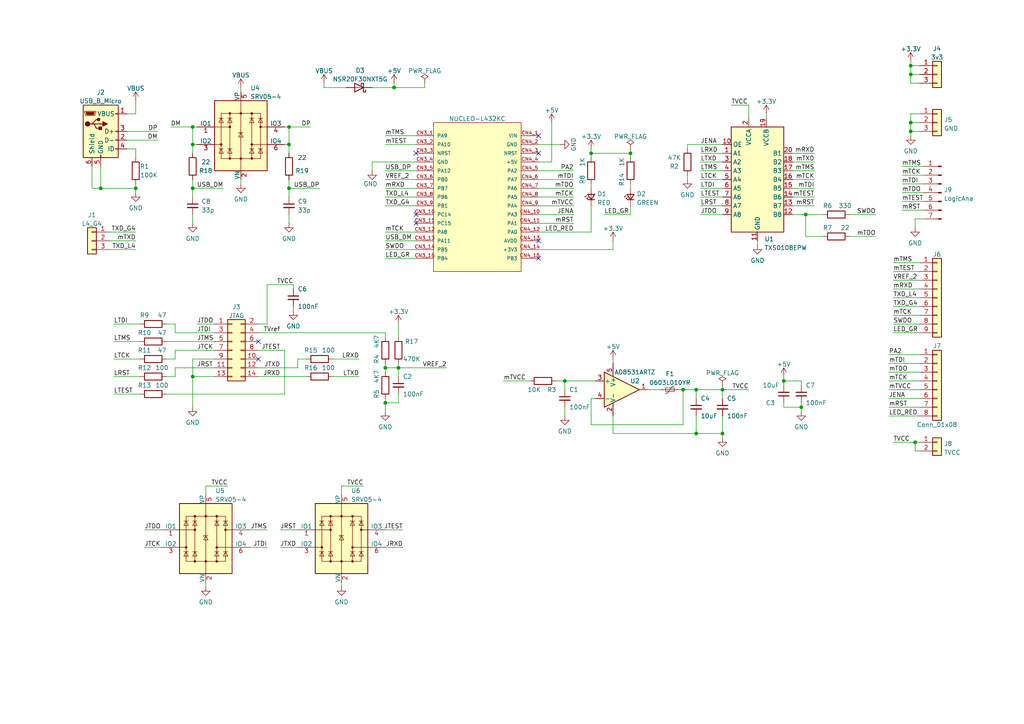
<source format=kicad_sch>
(kicad_sch (version 20211123) (generator eeschema)
  (paper "A4")
  (lib_symbols
    (symbol "Connector:Conn_01x07_Male" (pin_names (offset 1.016) hide)
      (property "Reference" "J" (at 0 10.16 0))
      (property "Value" "Conn_01x07_Male" (at 0 -10.16 0))
      (symbol "Conn_01x07_Male_1_1"
        (pin passive line (at 5.08 7.62 180) (length 3.81) (name "Pin_1") (number "1"))
        (pin passive line (at 5.08 5.08 180) (length 3.81) (name "Pin_2") (number "2"))
        (pin passive line (at 5.08 2.54 180) (length 3.81) (name "Pin_3") (number "3"))
        (pin passive line (at 5.08 0 180) (length 3.81) (name "Pin_4") (number "4"))
        (pin passive line (at 5.08 -2.54 180) (length 3.81) (name "Pin_5") (number "5"))
        (pin passive line (at 5.08 -5.08 180) (length 3.81) (name "Pin_6") (number "6"))
        (pin passive line (at 5.08 -7.62 180) (length 3.81) (name "Pin_7") (number "7"))
      )
    )
    (symbol "Connector:USB_B_Micro" (pin_names (offset 1.016))
      (property "Reference" "J" (at -5.08 11.43 0))
      (property "Value" "USB_B_Micro" (at -5.08 8.89 0))
      (symbol "USB_B_Micro_1_1"
        (pin power_out line (at 7.62 5.08 180) (length 2.54) (name "VBUS") (number "1"))
        (pin bidirectional line (at 7.62 -2.54 180) (length 2.54) (name "D-") (number "2"))
        (pin bidirectional line (at 7.62 0 180) (length 2.54) (name "D+") (number "3"))
        (pin passive line (at 7.62 -5.08 180) (length 2.54) (name "ID") (number "4"))
        (pin power_out line (at 0 -10.16 90) (length 2.54) (name "GND") (number "5"))
        (pin passive line (at -2.54 -10.16 90) (length 2.54) (name "Shield") (number "6"))
      )
    )
    (symbol "Connector_Generic:Conn_01x02" (pin_names (offset 1.016) hide)
      (property "Reference" "J" (at 0 2.54 0))
      (property "Value" "Conn_01x02" (at 0 -5.08 0))
      (symbol "Conn_01x02_1_1"
        (pin passive line (at -5.08 0 0) (length 3.81) (name "Pin_1") (number "1"))
        (pin passive line (at -5.08 -2.54 0) (length 3.81) (name "Pin_2") (number "2"))
      )
    )
    (symbol "Connector_Generic:Conn_01x03" (pin_names (offset 1.016) hide)
      (property "Reference" "J" (at 0 5.08 0))
      (property "Value" "Conn_01x03" (at 0 -5.08 0))
      (symbol "Conn_01x03_1_1"
        (pin passive line (at -5.08 2.54 0) (length 3.81) (name "Pin_1") (number "1"))
        (pin passive line (at -5.08 0 0) (length 3.81) (name "Pin_2") (number "2"))
        (pin passive line (at -5.08 -2.54 0) (length 3.81) (name "Pin_3") (number "3"))
      )
    )
    (symbol "Connector_Generic:Conn_01x08" (pin_names (offset 1.016) hide)
      (property "Reference" "J" (at 0 10.16 0))
      (property "Value" "Conn_01x08" (at 0 -12.7 0))
      (symbol "Conn_01x08_1_1"
        (pin passive line (at -5.08 7.62 0) (length 3.81) (name "Pin_1") (number "1"))
        (pin passive line (at -5.08 5.08 0) (length 3.81) (name "Pin_2") (number "2"))
        (pin passive line (at -5.08 2.54 0) (length 3.81) (name "Pin_3") (number "3"))
        (pin passive line (at -5.08 0 0) (length 3.81) (name "Pin_4") (number "4"))
        (pin passive line (at -5.08 -2.54 0) (length 3.81) (name "Pin_5") (number "5"))
        (pin passive line (at -5.08 -5.08 0) (length 3.81) (name "Pin_6") (number "6"))
        (pin passive line (at -5.08 -7.62 0) (length 3.81) (name "Pin_7") (number "7"))
        (pin passive line (at -5.08 -10.16 0) (length 3.81) (name "Pin_8") (number "8"))
      )
    )
    (symbol "Connector_Generic:Conn_01x09" (pin_names (offset 1.016) hide)
      (property "Reference" "J" (at 0 12.7 0))
      (property "Value" "Conn_01x09" (at 0 -12.7 0))
      (symbol "Conn_01x09_1_1"
        (pin passive line (at -5.08 10.16 0) (length 3.81) (name "Pin_1") (number "1"))
        (pin passive line (at -5.08 7.62 0) (length 3.81) (name "Pin_2") (number "2"))
        (pin passive line (at -5.08 5.08 0) (length 3.81) (name "Pin_3") (number "3"))
        (pin passive line (at -5.08 2.54 0) (length 3.81) (name "Pin_4") (number "4"))
        (pin passive line (at -5.08 0 0) (length 3.81) (name "Pin_5") (number "5"))
        (pin passive line (at -5.08 -2.54 0) (length 3.81) (name "Pin_6") (number "6"))
        (pin passive line (at -5.08 -5.08 0) (length 3.81) (name "Pin_7") (number "7"))
        (pin passive line (at -5.08 -7.62 0) (length 3.81) (name "Pin_8") (number "8"))
        (pin passive line (at -5.08 -10.16 0) (length 3.81) (name "Pin_9") (number "9"))
      )
    )
    (symbol "Connector_Generic:Conn_02x07_Odd_Even" (pin_names (offset 1.016) hide)
      (property "Reference" "J" (at 1.27 10.16 0))
      (property "Value" "Conn_02x07_Odd_Even" (at 1.27 -10.16 0))
      (symbol "Conn_02x07_Odd_Even_1_1"
        (pin passive line (at -5.08 7.62 0) (length 3.81) (name "Pin_1") (number "1"))
        (pin passive line (at 7.62 -2.54 180) (length 3.81) (name "Pin_10") (number "10"))
        (pin passive line (at -5.08 -5.08 0) (length 3.81) (name "Pin_11") (number "11"))
        (pin passive line (at 7.62 -5.08 180) (length 3.81) (name "Pin_12") (number "12"))
        (pin passive line (at -5.08 -7.62 0) (length 3.81) (name "Pin_13") (number "13"))
        (pin passive line (at 7.62 -7.62 180) (length 3.81) (name "Pin_14") (number "14"))
        (pin passive line (at 7.62 7.62 180) (length 3.81) (name "Pin_2") (number "2"))
        (pin passive line (at -5.08 5.08 0) (length 3.81) (name "Pin_3") (number "3"))
        (pin passive line (at 7.62 5.08 180) (length 3.81) (name "Pin_4") (number "4"))
        (pin passive line (at -5.08 2.54 0) (length 3.81) (name "Pin_5") (number "5"))
        (pin passive line (at 7.62 2.54 180) (length 3.81) (name "Pin_6") (number "6"))
        (pin passive line (at -5.08 0 0) (length 3.81) (name "Pin_7") (number "7"))
        (pin passive line (at 7.62 0 180) (length 3.81) (name "Pin_8") (number "8"))
        (pin passive line (at -5.08 -2.54 0) (length 3.81) (name "Pin_9") (number "9"))
      )
    )
    (symbol "Device:C_Small" (pin_numbers hide) (pin_names (offset 0.254) hide)
      (property "Reference" "C" (at 0.254 1.778 0))
      (property "Value" "C_Small" (at 0.254 -2.032 0))
      (symbol "C_Small_1_1"
        (pin passive line (at 0 2.54 270) (length 2.032) (name "~") (number "1"))
        (pin passive line (at 0 -2.54 90) (length 2.032) (name "~") (number "2"))
      )
    )
    (symbol "Device:D_Schottky" (pin_numbers hide) (pin_names (offset 1.016) hide)
      (property "Reference" "D" (at 0 2.54 0))
      (property "Value" "D_Schottky" (at 0 -2.54 0))
      (symbol "D_Schottky_1_1"
        (pin passive line (at -3.81 0 0) (length 2.54) (name "K") (number "1"))
        (pin passive line (at 3.81 0 180) (length 2.54) (name "A") (number "2"))
      )
    )
    (symbol "Device:LED_Small" (pin_numbers hide) (pin_names (offset 0.254) hide)
      (property "Reference" "D" (at -1.27 3.175 0))
      (property "Value" "LED_Small" (at -4.445 -2.54 0))
      (symbol "LED_Small_1_1"
        (pin passive line (at -2.54 0 0) (length 1.778) (name "K") (number "1"))
        (pin passive line (at 2.54 0 180) (length 1.778) (name "A") (number "2"))
      )
    )
    (symbol "Device:Polyfuse_Small" (pin_numbers hide) (pin_names (offset 0))
      (property "Reference" "F" (at -1.905 0 90))
      (property "Value" "Polyfuse_Small" (at 1.905 0 90))
      (symbol "Polyfuse_Small_1_1"
        (pin passive line (at 0 2.54 270) (length 0.635) (name "~") (number "1"))
        (pin passive line (at 0 -2.54 90) (length 0.635) (name "~") (number "2"))
      )
    )
    (symbol "Device:R" (pin_numbers hide) (pin_names (offset 0))
      (property "Reference" "R" (at 2.032 0 90))
      (property "Value" "R" (at 0 0 90))
      (symbol "R_1_1"
        (pin passive line (at 0 3.81 270) (length 1.27) (name "~") (number "1"))
        (pin passive line (at 0 -3.81 90) (length 1.27) (name "~") (number "2"))
      )
    )
    (symbol "Logic_LevelTranslator:TXS0108EPW"
      (property "Reference" "U" (at -6.35 16.51 0))
      (property "Value" "TXS0108EPW" (at 3.81 16.51 0))
      (symbol "TXS0108EPW_1_1"
        (pin bidirectional line (at -10.16 7.62 0) (length 2.54) (name "A1") (number "1"))
        (pin input line (at -10.16 10.16 0) (length 2.54) (name "OE") (number "10"))
        (pin power_in line (at 0 -17.78 90) (length 2.54) (name "GND") (number "11"))
        (pin bidirectional line (at 10.16 -10.16 180) (length 2.54) (name "B8") (number "12"))
        (pin bidirectional line (at 10.16 -7.62 180) (length 2.54) (name "B7") (number "13"))
        (pin bidirectional line (at 10.16 -5.08 180) (length 2.54) (name "B6") (number "14"))
        (pin bidirectional line (at 10.16 -2.54 180) (length 2.54) (name "B5") (number "15"))
        (pin bidirectional line (at 10.16 0 180) (length 2.54) (name "B4") (number "16"))
        (pin bidirectional line (at 10.16 2.54 180) (length 2.54) (name "B3") (number "17"))
        (pin bidirectional line (at 10.16 5.08 180) (length 2.54) (name "B2") (number "18"))
        (pin power_in line (at 2.54 17.78 270) (length 2.54) (name "VCCB") (number "19"))
        (pin power_in line (at -2.54 17.78 270) (length 2.54) (name "VCCA") (number "2"))
        (pin bidirectional line (at 10.16 7.62 180) (length 2.54) (name "B1") (number "20"))
        (pin bidirectional line (at -10.16 5.08 0) (length 2.54) (name "A2") (number "3"))
        (pin bidirectional line (at -10.16 2.54 0) (length 2.54) (name "A3") (number "4"))
        (pin bidirectional line (at -10.16 0 0) (length 2.54) (name "A4") (number "5"))
        (pin bidirectional line (at -10.16 -2.54 0) (length 2.54) (name "A5") (number "6"))
        (pin bidirectional line (at -10.16 -5.08 0) (length 2.54) (name "A6") (number "7"))
        (pin bidirectional line (at -10.16 -7.62 0) (length 2.54) (name "A7") (number "8"))
        (pin bidirectional line (at -10.16 -10.16 0) (length 2.54) (name "A8") (number "9"))
      )
    )
    (symbol "NUCLEO-L432KC:NUCLEO-L432KC" (pin_names (offset 1.016))
      (property "Reference" "U" (at -8.89 21.59 0))
      (property "Value" "NUCLEO-L432KC" (at -7.62 -24.13 0))
      (symbol "NUCLEO-L432KC_1_0"
        (pin bidirectional line (at -17.78 17.78 0) (length 5.08) (name "PA9") (number "CN3_1"))
        (pin bidirectional line (at -17.78 -5.08 0) (length 5.08) (name "PC14") (number "CN3_10"))
        (pin bidirectional line (at -17.78 -7.62 0) (length 5.08) (name "PC15") (number "CN3_11"))
        (pin bidirectional line (at -17.78 -10.16 0) (length 5.08) (name "PA8") (number "CN3_12"))
        (pin bidirectional line (at -17.78 -12.7 0) (length 5.08) (name "PA11") (number "CN3_13"))
        (pin bidirectional line (at -17.78 -15.24 0) (length 5.08) (name "PB5") (number "CN3_14"))
        (pin bidirectional line (at -17.78 -17.78 0) (length 5.08) (name "PB4") (number "CN3_15"))
        (pin bidirectional line (at -17.78 15.24 0) (length 5.08) (name "PA10") (number "CN3_2"))
        (pin bidirectional line (at -17.78 12.7 0) (length 5.08) (name "NRST") (number "CN3_3"))
        (pin power_in line (at -17.78 10.16 0) (length 5.08) (name "GND") (number "CN3_4"))
        (pin bidirectional line (at -17.78 7.62 0) (length 5.08) (name "PA12") (number "CN3_5"))
        (pin bidirectional line (at -17.78 5.08 0) (length 5.08) (name "PB0") (number "CN3_6"))
        (pin bidirectional line (at -17.78 2.54 0) (length 5.08) (name "PB7") (number "CN3_7"))
        (pin bidirectional line (at -17.78 0 0) (length 5.08) (name "PB6") (number "CN3_8"))
        (pin bidirectional line (at -17.78 -2.54 0) (length 5.08) (name "PB1") (number "CN3_9"))
        (pin bidirectional line (at 17.78 17.78 180) (length 5.08) (name "VIN") (number "CN4_1"))
        (pin bidirectional line (at 17.78 -5.08 180) (length 5.08) (name "PA3") (number "CN4_10"))
        (pin bidirectional line (at 17.78 -7.62 180) (length 5.08) (name "PA1") (number "CN4_11"))
        (pin bidirectional line (at 17.78 -10.16 180) (length 5.08) (name "PA0") (number "CN4_12"))
        (pin power_in line (at 17.78 -12.7 180) (length 5.08) (name "AVDD") (number "CN4_13"))
        (pin power_in line (at 17.78 -15.24 180) (length 5.08) (name "+3V3") (number "CN4_14"))
        (pin power_in line (at 17.78 -17.78 180) (length 5.08) (name "PB3") (number "CN4_15"))
        (pin power_in line (at 17.78 15.24 180) (length 5.08) (name "GND") (number "CN4_2"))
        (pin bidirectional line (at 17.78 12.7 180) (length 5.08) (name "NRST") (number "CN4_3"))
        (pin power_in line (at 17.78 10.16 180) (length 5.08) (name "+5V") (number "CN4_4"))
        (pin bidirectional line (at 17.78 7.62 180) (length 5.08) (name "PA2") (number "CN4_5"))
        (pin bidirectional line (at 17.78 5.08 180) (length 5.08) (name "PA7") (number "CN4_6"))
        (pin bidirectional line (at 17.78 2.54 180) (length 5.08) (name "PA6") (number "CN4_7"))
        (pin bidirectional line (at 17.78 0 180) (length 5.08) (name "PA5") (number "CN4_8"))
        (pin bidirectional line (at 17.78 -2.54 180) (length 5.08) (name "PA4") (number "CN4_9"))
      )
    )
    (symbol "Power_Protection:SRV05-4" (pin_names (offset 0))
      (property "Reference" "U" (at -5.08 11.43 0))
      (property "Value" "SRV05-4" (at 2.54 11.43 0))
      (symbol "SRV05-4_1_1"
        (pin passive line (at -12.7 2.54 0) (length 5.08) (name "IO1") (number "1"))
        (pin passive line (at 0 -12.7 90) (length 2.54) (name "VN") (number "2"))
        (pin passive line (at -12.7 -2.54 0) (length 5.08) (name "IO2") (number "3"))
        (pin passive line (at 12.7 2.54 180) (length 5.08) (name "IO3") (number "4"))
        (pin passive line (at 0 12.7 270) (length 2.54) (name "VP") (number "5"))
        (pin passive line (at 12.7 -2.54 180) (length 5.08) (name "IO4") (number "6"))
      )
    )
    (symbol "ad8531artz:AD8531ARTZ" (pin_names (offset 0.127))
      (property "Reference" "U2" (at 0 7.62 0))
      (property "Value" "AD8531ARTZ" (at 3.81 5.08 0))
      (symbol "AD8531ARTZ_0_1"
        (pin power_in line (at -2.54 -7.62 90) (length 3.81) (name "V-") (number "2"))
        (pin power_in line (at -2.54 7.62 270) (length 3.81) (name "V+") (number "5"))
      )
      (symbol "AD8531ARTZ_1_1"
        (pin output line (at 7.62 0 180) (length 2.54) (name "~") (number "1"))
        (pin input line (at -7.62 2.54 0) (length 2.54) (name "+") (number "3"))
        (pin input line (at -7.62 -2.54 0) (length 2.54) (name "-") (number "4"))
      )
    )
    (symbol "power:+3.3V" (power) (pin_names (offset 0))
      (property "Value" "+3.3V" (at 0 3.556 0))
      (symbol "+3.3V_1_1"
        (pin power_in line (at 0 0 90) (length 0) hide (name "+3.3V") (number "1"))
      )
    )
    (symbol "power:+5V" (power) (pin_names (offset 0))
      (property "Value" "+5V" (at 0 3.556 0))
      (symbol "+5V_1_1"
        (pin power_in line (at 0 0 90) (length 0) hide (name "+5V") (number "1"))
      )
    )
    (symbol "power:GND" (power) (pin_names (offset 0))
      (property "Value" "GND" (at 0 -3.81 0))
      (symbol "GND_1_1"
        (pin power_in line (at 0 0 270) (length 0) hide (name "GND") (number "1"))
      )
    )
    (symbol "power:PWR_FLAG" (power) (pin_numbers hide) (pin_names (offset 0) hide)
      (property "Value" "PWR_FLAG" (at 0 3.81 0))
      (symbol "PWR_FLAG_0_0"
        (pin power_out line (at 0 0 90) (length 0) (name "pwr") (number "1"))
      )
    )
    (symbol "power:VBUS" (power) (pin_names (offset 0))
      (property "Value" "VBUS" (at 0 3.81 0))
      (symbol "VBUS_1_1"
        (pin power_in line (at 0 0 90) (length 0) hide (name "VBUS") (number "1"))
      )
    )
  )
  (junction (at 55.88 54.61))
  (junction (at 111.76 106.68))
  (junction (at 233.68 62.23))
  (junction (at 163.83 110.49))
  (junction (at 55.88 109.22))
  (junction (at 198.12 113.03))
  (junction (at 232.41 118.11))
  (junction (at 83.82 41.91))
  (junction (at 201.93 125.73))
  (junction (at 264.16 38.1))
  (junction (at 55.88 36.83))
  (junction (at 201.93 113.03))
  (junction (at 227.33 110.49))
  (junction (at 111.76 116.84))
  (junction (at 83.82 36.83))
  (junction (at 39.37 54.61))
  (junction (at 209.55 113.03))
  (junction (at 182.88 44.45))
  (junction (at 114.3 25.4))
  (junction (at 209.55 125.73))
  (junction (at 264.16 21.59))
  (junction (at 171.45 44.45))
  (junction (at 264.16 35.56))
  (junction (at 29.21 54.61))
  (junction (at 265.43 128.27))
  (junction (at 264.16 19.05))
  (junction (at 115.57 106.68))
  (junction (at 55.88 41.91))
  (junction (at 83.82 54.61))
  (no_connect (at 74.93 104.14))
  (no_connect (at 120.65 44.45))
  (no_connect (at 156.21 44.45))
  (no_connect (at 156.21 39.37))
  (no_connect (at 120.65 62.23))
  (no_connect (at 120.65 64.77))
  (no_connect (at 74.93 99.06))
  (no_connect (at 156.21 74.93))
  (no_connect (at 156.21 69.85))
  (wire (pts (xy 39.37 43.18) (xy 39.37 45.72)))
  (wire (pts (xy 171.45 45.72) (xy 171.45 44.45)))
  (wire (pts (xy 33.02 109.22) (xy 40.64 109.22)))
  (wire (pts (xy 261.62 55.88) (xy 267.97 55.88)))
  (wire (pts (xy 266.7 81.28) (xy 259.08 81.28)))
  (wire (pts (xy 171.45 115.57) (xy 172.72 115.57)))
  (wire (pts (xy 86.36 106.68) (xy 86.36 104.14)))
  (wire (pts (xy 227.33 116.84) (xy 227.33 118.11)))
  (wire (pts (xy 156.21 54.61) (xy 166.37 54.61)))
  (wire (pts (xy 187.96 113.03) (xy 191.77 113.03)))
  (wire (pts (xy 55.88 109.22) (xy 55.88 118.11)))
  (wire (pts (xy 123.19 24.13) (xy 123.19 25.4)))
  (wire (pts (xy 111.76 105.41) (xy 111.76 106.68)))
  (wire (pts (xy 182.88 43.18) (xy 182.88 44.45)))
  (wire (pts (xy 238.76 68.58) (xy 233.68 68.58)))
  (wire (pts (xy 229.87 59.69) (xy 236.22 59.69)))
  (wire (pts (xy 114.3 25.4) (xy 114.3 24.13)))
  (wire (pts (xy 85.09 88.9) (xy 85.09 90.17)))
  (wire (pts (xy 209.55 125.73) (xy 201.93 125.73)))
  (wire (pts (xy 72.39 153.67) (xy 77.47 153.67)))
  (wire (pts (xy 229.87 57.15) (xy 236.22 57.15)))
  (wire (pts (xy 266.7 91.44) (xy 259.08 91.44)))
  (wire (pts (xy 111.76 153.67) (xy 116.84 153.67)))
  (wire (pts (xy 201.93 125.73) (xy 177.8 125.73)))
  (wire (pts (xy 33.02 99.06) (xy 40.64 99.06)))
  (wire (pts (xy 156.21 52.07) (xy 166.37 52.07)))
  (wire (pts (xy 62.23 106.68) (xy 50.8 106.68)))
  (wire (pts (xy 203.2 46.99) (xy 209.55 46.99)))
  (wire (pts (xy 111.76 158.75) (xy 116.84 158.75)))
  (wire (pts (xy 182.88 44.45) (xy 182.88 45.72)))
  (wire (pts (xy 266.7 110.49) (xy 257.81 110.49)))
  (wire (pts (xy 111.76 59.69) (xy 120.65 59.69)))
  (wire (pts (xy 182.88 53.34) (xy 182.88 54.61)))
  (wire (pts (xy 209.55 125.73) (xy 209.55 127)))
  (wire (pts (xy 36.83 38.1) (xy 45.72 38.1)))
  (wire (pts (xy 265.43 66.04) (xy 265.43 63.5)))
  (wire (pts (xy 55.88 54.61) (xy 64.77 54.61)))
  (wire (pts (xy 266.7 118.11) (xy 257.81 118.11)))
  (wire (pts (xy 266.7 38.1) (xy 264.16 38.1)))
  (wire (pts (xy 77.47 82.55) (xy 77.47 93.98)))
  (wire (pts (xy 111.76 116.84) (xy 115.57 116.84)))
  (wire (pts (xy 209.55 111.76) (xy 209.55 113.03)))
  (wire (pts (xy 111.76 116.84) (xy 111.76 119.38)))
  (wire (pts (xy 111.76 49.53) (xy 120.65 49.53)))
  (wire (pts (xy 36.83 40.64) (xy 45.72 40.64)))
  (wire (pts (xy 55.88 36.83) (xy 55.88 41.91)))
  (wire (pts (xy 266.7 88.9) (xy 259.08 88.9)))
  (wire (pts (xy 48.26 114.3) (xy 82.55 114.3)))
  (wire (pts (xy 115.57 105.41) (xy 115.57 106.68)))
  (wire (pts (xy 227.33 109.22) (xy 227.33 110.49)))
  (wire (pts (xy 50.8 101.6) (xy 50.8 104.14)))
  (wire (pts (xy 93.98 25.4) (xy 100.33 25.4)))
  (wire (pts (xy 85.09 82.55) (xy 85.09 83.82)))
  (wire (pts (xy 171.45 53.34) (xy 171.45 54.61)))
  (wire (pts (xy 39.37 33.02) (xy 39.37 29.21)))
  (wire (pts (xy 107.95 46.99) (xy 120.65 46.99)))
  (wire (pts (xy 41.91 158.75) (xy 46.99 158.75)))
  (wire (pts (xy 111.76 67.31) (xy 120.65 67.31)))
  (wire (pts (xy 83.82 41.91) (xy 83.82 44.45)))
  (wire (pts (xy 265.43 63.5) (xy 267.97 63.5)))
  (wire (pts (xy 264.16 21.59) (xy 264.16 24.13)))
  (wire (pts (xy 96.52 109.22) (xy 104.14 109.22)))
  (wire (pts (xy 55.88 41.91) (xy 57.15 41.91)))
  (wire (pts (xy 246.38 62.23) (xy 254 62.23)))
  (wire (pts (xy 93.98 24.13) (xy 93.98 25.4)))
  (wire (pts (xy 177.8 104.14) (xy 177.8 105.41)))
  (wire (pts (xy 74.93 109.22) (xy 88.9 109.22)))
  (wire (pts (xy 55.88 109.22) (xy 62.23 109.22)))
  (wire (pts (xy 261.62 58.42) (xy 267.97 58.42)))
  (wire (pts (xy 201.93 120.65) (xy 201.93 125.73)))
  (wire (pts (xy 266.7 76.2) (xy 259.08 76.2)))
  (wire (pts (xy 74.93 106.68) (xy 86.36 106.68)))
  (wire (pts (xy 62.23 101.6) (xy 50.8 101.6)))
  (wire (pts (xy 261.62 50.8) (xy 267.97 50.8)))
  (wire (pts (xy 209.55 41.91) (xy 199.39 41.91)))
  (wire (pts (xy 156.21 46.99) (xy 160.02 46.99)))
  (wire (pts (xy 198.12 113.03) (xy 201.93 113.03)))
  (wire (pts (xy 115.57 93.98) (xy 115.57 97.79)))
  (wire (pts (xy 232.41 116.84) (xy 232.41 118.11)))
  (wire (pts (xy 203.2 62.23) (xy 209.55 62.23)))
  (wire (pts (xy 99.06 168.91) (xy 99.06 170.18)))
  (wire (pts (xy 261.62 53.34) (xy 267.97 53.34)))
  (wire (pts (xy 171.45 43.18) (xy 171.45 44.45)))
  (wire (pts (xy 177.8 72.39) (xy 177.8 69.85)))
  (wire (pts (xy 209.55 113.03) (xy 209.55 115.57)))
  (wire (pts (xy 266.7 83.82) (xy 259.08 83.82)))
  (wire (pts (xy 41.91 153.67) (xy 46.99 153.67)))
  (wire (pts (xy 233.68 68.58) (xy 233.68 62.23)))
  (wire (pts (xy 246.38 68.58) (xy 254 68.58)))
  (wire (pts (xy 229.87 46.99) (xy 236.22 46.99)))
  (wire (pts (xy 82.55 101.6) (xy 82.55 114.3)))
  (wire (pts (xy 266.7 105.41) (xy 257.81 105.41)))
  (wire (pts (xy 111.76 41.91) (xy 120.65 41.91)))
  (wire (pts (xy 85.09 82.55) (xy 77.47 82.55)))
  (wire (pts (xy 199.39 41.91) (xy 199.39 43.18)))
  (wire (pts (xy 156.21 64.77) (xy 166.37 64.77)))
  (wire (pts (xy 36.83 43.18) (xy 39.37 43.18)))
  (wire (pts (xy 115.57 106.68) (xy 129.54 106.68)))
  (wire (pts (xy 59.69 168.91) (xy 59.69 170.18)))
  (wire (pts (xy 209.55 113.03) (xy 217.17 113.03)))
  (wire (pts (xy 36.83 33.02) (xy 39.37 33.02)))
  (wire (pts (xy 232.41 110.49) (xy 227.33 110.49)))
  (wire (pts (xy 227.33 110.49) (xy 227.33 111.76)))
  (wire (pts (xy 77.47 93.98) (xy 74.93 93.98)))
  (wire (pts (xy 111.76 54.61) (xy 120.65 54.61)))
  (wire (pts (xy 55.88 36.83) (xy 57.15 36.83)))
  (wire (pts (xy 69.85 25.4) (xy 69.85 26.67)))
  (wire (pts (xy 50.8 96.52) (xy 50.8 93.98)))
  (wire (pts (xy 26.67 48.26) (xy 26.67 54.61)))
  (wire (pts (xy 266.7 21.59) (xy 264.16 21.59)))
  (wire (pts (xy 259.08 128.27) (xy 265.43 128.27)))
  (wire (pts (xy 74.93 101.6) (xy 82.55 101.6)))
  (wire (pts (xy 29.21 48.26) (xy 29.21 54.61)))
  (wire (pts (xy 175.26 62.23) (xy 182.88 62.23)))
  (wire (pts (xy 163.83 110.49) (xy 163.83 113.03)))
  (wire (pts (xy 107.95 46.99) (xy 107.95 49.53)))
  (wire (pts (xy 227.33 118.11) (xy 232.41 118.11)))
  (wire (pts (xy 264.16 17.78) (xy 264.16 19.05)))
  (wire (pts (xy 111.76 74.93) (xy 120.65 74.93)))
  (wire (pts (xy 201.93 113.03) (xy 201.93 115.57)))
  (wire (pts (xy 233.68 62.23) (xy 238.76 62.23)))
  (wire (pts (xy 146.05 110.49) (xy 153.67 110.49)))
  (wire (pts (xy 33.02 104.14) (xy 40.64 104.14)))
  (wire (pts (xy 111.76 72.39) (xy 120.65 72.39)))
  (wire (pts (xy 198.12 113.03) (xy 198.12 123.19)))
  (wire (pts (xy 264.16 33.02) (xy 266.7 33.02)))
  (wire (pts (xy 229.87 54.61) (xy 236.22 54.61)))
  (wire (pts (xy 261.62 60.96) (xy 267.97 60.96)))
  (wire (pts (xy 107.95 25.4) (xy 114.3 25.4)))
  (wire (pts (xy 156.21 57.15) (xy 166.37 57.15)))
  (wire (pts (xy 69.85 52.07) (xy 69.85 53.34)))
  (wire (pts (xy 83.82 36.83) (xy 83.82 41.91)))
  (wire (pts (xy 203.2 57.15) (xy 209.55 57.15)))
  (wire (pts (xy 83.82 62.23) (xy 83.82 64.77)))
  (wire (pts (xy 163.83 118.11) (xy 163.83 120.65)))
  (wire (pts (xy 111.76 39.37) (xy 120.65 39.37)))
  (wire (pts (xy 29.21 54.61) (xy 39.37 54.61)))
  (wire (pts (xy 111.76 106.68) (xy 111.76 107.95)))
  (wire (pts (xy 48.26 104.14) (xy 50.8 104.14)))
  (wire (pts (xy 81.28 153.67) (xy 86.36 153.67)))
  (wire (pts (xy 203.2 49.53) (xy 209.55 49.53)))
  (wire (pts (xy 266.7 130.81) (xy 265.43 130.81)))
  (wire (pts (xy 82.55 41.91) (xy 83.82 41.91)))
  (wire (pts (xy 59.69 140.97) (xy 59.69 143.51)))
  (wire (pts (xy 83.82 54.61) (xy 92.71 54.61)))
  (wire (pts (xy 171.45 44.45) (xy 182.88 44.45)))
  (wire (pts (xy 83.82 36.83) (xy 90.17 36.83)))
  (wire (pts (xy 171.45 67.31) (xy 171.45 59.69)))
  (wire (pts (xy 265.43 128.27) (xy 266.7 128.27)))
  (wire (pts (xy 111.76 69.85) (xy 120.65 69.85)))
  (wire (pts (xy 81.28 158.75) (xy 86.36 158.75)))
  (wire (pts (xy 222.25 33.02) (xy 222.25 34.29)))
  (wire (pts (xy 66.04 140.97) (xy 59.69 140.97)))
  (wire (pts (xy 229.87 62.23) (xy 233.68 62.23)))
  (wire (pts (xy 264.16 38.1) (xy 264.16 35.56)))
  (wire (pts (xy 261.62 48.26) (xy 267.97 48.26)))
  (wire (pts (xy 177.8 120.65) (xy 177.8 125.73)))
  (wire (pts (xy 82.55 36.83) (xy 83.82 36.83)))
  (wire (pts (xy 229.87 44.45) (xy 236.22 44.45)))
  (wire (pts (xy 232.41 111.76) (xy 232.41 110.49)))
  (wire (pts (xy 86.36 104.14) (xy 88.9 104.14)))
  (wire (pts (xy 62.23 96.52) (xy 50.8 96.52)))
  (wire (pts (xy 160.02 46.99) (xy 160.02 35.56)))
  (wire (pts (xy 111.76 52.07) (xy 120.65 52.07)))
  (wire (pts (xy 62.23 93.98) (xy 57.15 93.98)))
  (wire (pts (xy 55.88 54.61) (xy 55.88 57.15)))
  (wire (pts (xy 62.23 104.14) (xy 55.88 104.14)))
  (wire (pts (xy 266.7 78.74) (xy 259.08 78.74)))
  (wire (pts (xy 115.57 106.68) (xy 115.57 109.22)))
  (wire (pts (xy 161.29 110.49) (xy 163.83 110.49)))
  (wire (pts (xy 55.88 41.91) (xy 55.88 44.45)))
  (wire (pts (xy 83.82 54.61) (xy 83.82 57.15)))
  (wire (pts (xy 115.57 114.3) (xy 115.57 116.84)))
  (wire (pts (xy 111.76 96.52) (xy 111.76 97.79)))
  (wire (pts (xy 229.87 52.07) (xy 236.22 52.07)))
  (wire (pts (xy 203.2 59.69) (xy 209.55 59.69)))
  (wire (pts (xy 83.82 52.07) (xy 83.82 54.61)))
  (wire (pts (xy 266.7 102.87) (xy 257.81 102.87)))
  (wire (pts (xy 199.39 50.8) (xy 199.39 52.07)))
  (wire (pts (xy 264.16 35.56) (xy 264.16 33.02)))
  (wire (pts (xy 123.19 25.4) (xy 114.3 25.4)))
  (wire (pts (xy 39.37 53.34) (xy 39.37 54.61)))
  (wire (pts (xy 55.88 62.23) (xy 55.88 64.77)))
  (wire (pts (xy 96.52 104.14) (xy 104.14 104.14)))
  (wire (pts (xy 232.41 118.11) (xy 232.41 119.38)))
  (wire (pts (xy 111.76 106.68) (xy 115.57 106.68)))
  (wire (pts (xy 156.21 41.91) (xy 162.56 41.91)))
  (wire (pts (xy 266.7 120.65) (xy 257.81 120.65)))
  (wire (pts (xy 266.7 86.36) (xy 259.08 86.36)))
  (wire (pts (xy 156.21 67.31) (xy 171.45 67.31)))
  (wire (pts (xy 217.17 34.29) (xy 217.17 30.48)))
  (wire (pts (xy 266.7 113.03) (xy 257.81 113.03)))
  (wire (pts (xy 264.16 24.13) (xy 266.7 24.13)))
  (wire (pts (xy 48.26 109.22) (xy 50.8 109.22)))
  (wire (pts (xy 171.45 123.19) (xy 171.45 115.57)))
  (wire (pts (xy 48.26 93.98) (xy 50.8 93.98)))
  (wire (pts (xy 196.85 113.03) (xy 198.12 113.03)))
  (wire (pts (xy 266.7 107.95) (xy 257.81 107.95)))
  (wire (pts (xy 33.02 93.98) (xy 40.64 93.98)))
  (wire (pts (xy 55.88 104.14) (xy 55.88 109.22)))
  (wire (pts (xy 48.26 99.06) (xy 62.23 99.06)))
  (wire (pts (xy 266.7 96.52) (xy 259.08 96.52)))
  (wire (pts (xy 264.16 39.37) (xy 264.16 38.1)))
  (wire (pts (xy 39.37 54.61) (xy 39.37 55.88)))
  (wire (pts (xy 198.12 123.19) (xy 171.45 123.19)))
  (wire (pts (xy 219.71 69.85) (xy 219.71 71.12)))
  (wire (pts (xy 182.88 62.23) (xy 182.88 59.69)))
  (wire (pts (xy 265.43 128.27) (xy 265.43 130.81)))
  (wire (pts (xy 156.21 62.23) (xy 166.37 62.23)))
  (wire (pts (xy 156.21 72.39) (xy 177.8 72.39)))
  (wire (pts (xy 33.02 114.3) (xy 40.64 114.3)))
  (wire (pts (xy 212.09 30.48) (xy 217.17 30.48)))
  (wire (pts (xy 29.21 54.61) (xy 26.67 54.61)))
  (wire (pts (xy 31.75 72.39) (xy 39.37 72.39)))
  (wire (pts (xy 266.7 93.98) (xy 259.08 93.98)))
  (wire (pts (xy 163.83 110.49) (xy 172.72 110.49)))
  (wire (pts (xy 266.7 19.05) (xy 264.16 19.05)))
  (wire (pts (xy 156.21 59.69) (xy 166.37 59.69)))
  (wire (pts (xy 111.76 115.57) (xy 111.76 116.84)))
  (wire (pts (xy 74.93 96.52) (xy 111.76 96.52)))
  (wire (pts (xy 72.39 158.75) (xy 77.47 158.75)))
  (wire (pts (xy 99.06 140.97) (xy 99.06 143.51)))
  (wire (pts (xy 264.16 19.05) (xy 264.16 21.59)))
  (wire (pts (xy 31.75 69.85) (xy 39.37 69.85)))
  (wire (pts (xy 209.55 120.65) (xy 209.55 125.73)))
  (wire (pts (xy 105.41 140.97) (xy 99.06 140.97)))
  (wire (pts (xy 203.2 54.61) (xy 209.55 54.61)))
  (wire (pts (xy 266.7 35.56) (xy 264.16 35.56)))
  (wire (pts (xy 203.2 52.07) (xy 209.55 52.07)))
  (wire (pts (xy 201.93 113.03) (xy 209.55 113.03)))
  (wire (pts (xy 49.53 36.83) (xy 55.88 36.83)))
  (wire (pts (xy 111.76 57.15) (xy 120.65 57.15)))
  (wire (pts (xy 203.2 44.45) (xy 209.55 44.45)))
  (wire (pts (xy 229.87 49.53) (xy 236.22 49.53)))
  (wire (pts (xy 266.7 115.57) (xy 257.81 115.57)))
  (wire (pts (xy 156.21 49.53) (xy 166.37 49.53)))
  (wire (pts (xy 50.8 106.68) (xy 50.8 109.22)))
  (wire (pts (xy 31.75 67.31) (xy 39.37 67.31)))
  (wire (pts (xy 55.88 52.07) (xy 55.88 54.61)))
  (label "LTCK" (at 203.2 52.07 0))
  (label "mTDI" (at 236.22 54.61 180))
  (label "mTDO" (at 257.81 107.95 0))
  (label "mRXD" (at 259.08 83.82 0))
  (label "JTMS" (at 77.47 153.67 180))
  (label "PA2" (at 166.37 49.53 180))
  (label "mTCK" (at 259.08 91.44 0))
  (label "LED_GR" (at 259.08 96.52 0))
  (label "DM" (at 49.53 36.83 0))
  (label "mRXD" (at 111.76 54.61 0))
  (label "JTEST" (at 116.84 153.67 180))
  (label "mTCK" (at 111.76 67.31 0))
  (label "JTXD" (at 81.28 158.75 0))
  (label "TVCC" (at 212.09 30.48 0))
  (label "JENA" (at 203.2 41.91 0))
  (label "TXD_G4" (at 259.08 88.9 0))
  (label "VREF_2" (at 259.08 81.28 0))
  (label "TVCC" (at 66.04 140.97 180))
  (label "mTVCC" (at 257.81 113.03 0))
  (label "LTXD" (at 203.2 46.99 0))
  (label "SWDO" (at 111.76 72.39 0))
  (label "mTCK" (at 236.22 52.07 180))
  (label "JTDI" (at 77.47 158.75 180))
  (label "mTDI" (at 257.81 105.41 0))
  (label "mRST" (at 236.22 59.69 180))
  (label "JTDO" (at 41.91 153.67 0))
  (label "TVref" (at 81.28 96.52 180))
  (label "mTDI" (at 261.62 53.34 0))
  (label "LTMS" (at 203.2 49.53 0))
  (label "TXD_L4" (at 259.08 86.36 0))
  (label "LED_RED" (at 166.37 67.31 180))
  (label "mTVCC" (at 146.05 110.49 0))
  (label "TVCC" (at 217.17 113.03 180))
  (label "mTEST" (at 259.08 78.74 0))
  (label "mTEST" (at 236.22 57.15 180))
  (label "mTEST" (at 261.62 58.42 0))
  (label "JENA" (at 257.81 115.57 0))
  (label "mTVCC" (at 166.37 59.69 180))
  (label "TXD_L4" (at 39.37 72.39 180))
  (label "mTXD" (at 39.37 69.85 180))
  (label "SWDO" (at 254 62.23 180))
  (label "LED_GR" (at 111.76 74.93 0))
  (label "LTEST" (at 33.02 114.3 0))
  (label "VREF_2" (at 129.54 106.68 180))
  (label "LTXD" (at 104.14 109.22 180))
  (label "JRST" (at 81.28 153.67 0))
  (label "JTCK" (at 57.15 101.6 0))
  (label "LTCK" (at 33.02 104.14 0))
  (label "JTCK" (at 41.91 158.75 0))
  (label "TXD_L4" (at 111.76 57.15 0))
  (label "mTCK" (at 166.37 57.15 180))
  (label "mRXD" (at 236.22 44.45 180))
  (label "JRXD" (at 116.84 158.75 180))
  (label "mRST" (at 166.37 64.77 180))
  (label "LRST" (at 33.02 109.22 0))
  (label "mTMS" (at 259.08 76.2 0))
  (label "TVCC" (at 259.08 128.27 0))
  (label "LED_GR" (at 175.26 62.23 0))
  (label "JTDI" (at 57.15 96.52 0))
  (label "mTMS" (at 236.22 49.53 180))
  (label "DP" (at 90.17 36.83 180))
  (label "TVCC" (at 105.41 140.97 180))
  (label "mTMS" (at 111.76 39.37 0))
  (label "mTDO" (at 254 68.58 180))
  (label "USB_DP" (at 92.71 54.61 180))
  (label "TXD_G4" (at 111.76 59.69 0))
  (label "mTCK" (at 261.62 50.8 0))
  (label "mTXD" (at 236.22 46.99 180))
  (label "JTMS" (at 57.15 99.06 0))
  (label "LED_RED" (at 257.81 120.65 0))
  (label "mTEST" (at 111.76 41.91 0))
  (label "JRXD" (at 81.28 109.22 180))
  (label "mTDO" (at 261.62 55.88 0))
  (label "LRXD" (at 104.14 104.14 180))
  (label "LTDI" (at 203.2 54.61 0))
  (label "mRST" (at 257.81 118.11 0))
  (label "USB_DM" (at 64.77 54.61 180))
  (label "LTMS" (at 33.02 99.06 0))
  (label "mTMS" (at 261.62 48.26 0))
  (label "TXD_G4" (at 39.37 67.31 180))
  (label "USB_DM" (at 111.76 69.85 0))
  (label "TVCC" (at 85.09 82.55 180))
  (label "VREF_2" (at 111.76 52.07 0))
  (label "JTEST" (at 81.28 101.6 180))
  (label "mTDO" (at 166.37 54.61 180))
  (label "mRST" (at 261.62 60.96 0))
  (label "LTDI" (at 33.02 93.98 0))
  (label "JTXD" (at 81.28 106.68 180))
  (label "mTDI" (at 166.37 52.07 180))
  (label "mTCK" (at 257.81 110.49 0))
  (label "SWDO" (at 259.08 93.98 0))
  (label "DP" (at 45.72 38.1 180))
  (label "DM" (at 45.72 40.64 180))
  (label "JENA" (at 166.37 62.23 180))
  (label "PA2" (at 257.81 102.87 0))
  (label "JRST" (at 57.15 106.68 0))
  (label "JTDO" (at 203.2 62.23 0))
  (label "LTEST" (at 203.2 57.15 0))
  (label "JTDO" (at 57.15 93.98 0))
  (label "LRXD" (at 203.2 44.45 0))
  (label "LRST" (at 203.2 59.69 0))
  (label "USB_DP" (at 111.76 49.53 0))
  (symbol (lib_id "Connector_Generic:Conn_01x08") (at 271.78 110.49 0) (unit 1)
    (property "Reference" "J7" (at 271.78 100.33 0))
    (property "Value" "Conn_01x08" (at 271.78 123.19 0))
    (property "Footprint" "Connector_PinHeader_2.54mm:PinHeader_1x08_P2.54mm_Vertical" (effects hide))
  )
  (symbol (lib_id "Connector:USB_B_Micro") (at 29.21 38.1 0) (unit 1)
    (property "Reference" "J2" (at 29.21 26.7802 0))
    (property "Value" "USB_B_Micro" (at 29.21 29.3171 0))
    (property "Footprint" "lib:USB_Micro-B_Molex-105017-0001-handsolder" (effects hide))
  )
  (symbol (lib_id "power:PWR_FLAG") (at 123.19 24.13 0) (unit 1)
    (property "Reference" "#FLG0101" (effects hide))
    (property "Value" "PWR_FLAG" (at 123.19 20.5542 0))
  )
  (symbol (lib_id "Device:R") (at 44.45 99.06 90) (unit 1)
    (property "Reference" "R10" (at 41.91 96.52 90))
    (property "Value" "47" (at 46.99 96.52 90))
    (property "Footprint" "Resistor_SMD:R_0603_1608Metric_Pad0.98x0.95mm_HandSolder" (effects hide))
  )
  (symbol (lib_id "Device:C_Small") (at 55.88 59.69 0) (unit 1)
    (property "Reference" "C8" (at 58.42 58.42 0) (effects (justify left)))
    (property "Value" "33p" (at 58.42 60.96 0) (effects (justify left)))
    (property "Footprint" "Capacitor_SMD:C_0603_1608Metric_Pad1.08x0.95mm_HandSolder" (effects hide))
  )
  (symbol (lib_id "Device:R") (at 44.45 104.14 90) (unit 1)
    (property "Reference" "R11" (at 41.91 101.6 90))
    (property "Value" "47" (at 46.99 101.6 90))
    (property "Footprint" "Resistor_SMD:R_0603_1608Metric_Pad0.98x0.95mm_HandSolder" (effects hide))
  )
  (symbol (lib_id "power:+3.3V") (at 177.8 69.85 0) (unit 1)
    (property "Reference" "#PWR014" (effects hide))
    (property "Value" "+3.3V" (at 177.8 66.2742 0))
  )
  (symbol (lib_id "power:VBUS") (at 39.37 29.21 0) (unit 1)
    (property "Reference" "#PWR01" (effects hide))
    (property "Value" "VBUS" (at 39.37 25.6342 0))
  )
  (symbol (lib_id "power:GND") (at 59.69 170.18 0) (unit 1)
    (property "Reference" "#PWR024" (effects hide))
    (property "Value" "GND" (at 59.69 174.6234 0))
  )
  (symbol (lib_id "power:+3.3V") (at 264.16 17.78 0) (mirror y) (unit 1)
    (property "Reference" "#PWR018" (effects hide))
    (property "Value" "+3.3V" (at 264.16 14.2042 0))
  )
  (symbol (lib_id "Device:R") (at 242.57 68.58 90) (unit 1)
    (property "Reference" "R7" (at 240.03 66.04 90))
    (property "Value" "22" (at 245.11 66.04 90))
    (property "Footprint" "Resistor_SMD:R_0603_1608Metric_Pad0.98x0.95mm_HandSolder" (effects hide))
  )
  (symbol (lib_id "power:GND") (at 111.76 119.38 0) (unit 1)
    (property "Reference" "#PWR09" (effects hide))
    (property "Value" "GND" (at 111.76 123.8234 0))
  )
  (symbol (lib_id "power:GND") (at 209.55 127 0) (unit 1)
    (property "Reference" "#PWR010" (effects hide))
    (property "Value" "GND" (at 209.55 131.4434 0))
  )
  (symbol (lib_id "Device:R") (at 39.37 49.53 180) (unit 1)
    (property "Reference" "R1" (at 41.91 48.26 0))
    (property "Value" "100K" (at 43.18 50.8 0))
    (property "Footprint" "Resistor_SMD:R_0603_1608Metric_Pad0.98x0.95mm_HandSolder" (effects hide))
  )
  (symbol (lib_id "Device:R") (at 157.48 110.49 270) (unit 1)
    (property "Reference" "R3" (at 160.02 113.03 90))
    (property "Value" "10K" (at 154.94 113.03 90))
    (property "Footprint" "Resistor_SMD:R_0603_1608Metric_Pad0.98x0.95mm_HandSolder" (effects hide))
  )
  (symbol (lib_id "Device:R") (at 44.45 109.22 90) (unit 1)
    (property "Reference" "R12" (at 41.91 106.68 90))
    (property "Value" "100" (at 46.99 106.68 90))
    (property "Footprint" "Resistor_SMD:R_0603_1608Metric_Pad0.98x0.95mm_HandSolder" (effects hide))
  )
  (symbol (lib_id "power:GND") (at 265.43 66.04 0) (unit 1)
    (property "Reference" "#PWR020" (effects hide))
    (property "Value" "GND" (at 265.43 70.4834 0))
  )
  (symbol (lib_id "power:GND") (at 83.82 64.77 0) (unit 1)
    (property "Reference" "#PWR028" (effects hide))
    (property "Value" "GND" (at 83.82 69.2134 0))
  )
  (symbol (lib_id "power:GND") (at 107.95 49.53 0) (unit 1)
    (property "Reference" "#PWR026" (effects hide))
    (property "Value" "GND" (at 105.41 53.34 0) (effects (justify left)))
  )
  (symbol (lib_id "power:+5V") (at 177.8 104.14 0) (unit 1)
    (property "Reference" "#PWR08" (effects hide))
    (property "Value" "+5V" (at 177.8 100.5642 0))
  )
  (symbol (lib_id "Device:R") (at 171.45 49.53 180) (unit 1)
    (property "Reference" "R8" (at 168.91 52.07 90))
    (property "Value" "1K" (at 168.91 46.99 90))
    (property "Footprint" "Resistor_SMD:R_0603_1608Metric_Pad0.98x0.95mm_HandSolder" (effects hide))
  )
  (symbol (lib_id "Device:R") (at 44.45 114.3 90) (unit 1)
    (property "Reference" "R13" (at 41.91 111.76 90))
    (property "Value" "100" (at 46.99 111.76 90))
    (property "Footprint" "Resistor_SMD:R_0603_1608Metric_Pad0.98x0.95mm_HandSolder" (effects hide))
  )
  (symbol (lib_id "Device:C_Small") (at 227.33 114.3 180) (unit 1)
    (property "Reference" "C3" (at 224.79 116.84 0) (effects (justify left)))
    (property "Value" "10uF" (at 226.06 111.76 0) (effects (justify left)))
    (property "Footprint" "Capacitor_SMD:C_0603_1608Metric_Pad1.08x0.95mm_HandSolder" (effects hide))
  )
  (symbol (lib_id "power:+3.3V") (at 115.57 93.98 0) (unit 1)
    (property "Reference" "#PWR023" (effects hide))
    (property "Value" "+3.3V" (at 115.57 90.4042 0))
  )
  (symbol (lib_id "Connector_Generic:Conn_01x03") (at 26.67 69.85 0) (mirror y) (unit 1)
    (property "Reference" "J1" (at 26.67 62.3402 0))
    (property "Value" "L4_G4" (at 26.67 64.8771 0))
    (property "Footprint" "Connector_PinHeader_2.54mm:PinHeader_1x03_P2.54mm_Vertical" (effects hide))
  )
  (symbol (lib_id "power:+5V") (at 114.3 24.13 0) (unit 1)
    (property "Reference" "#PWR016" (effects hide))
    (property "Value" "+5V" (at 114.3 20.5542 0))
  )
  (symbol (lib_id "Device:R") (at 115.57 101.6 180) (unit 1)
    (property "Reference" "R17" (at 119.38 99.06 0))
    (property "Value" "470K" (at 119.38 104.14 0))
    (property "Footprint" "Resistor_SMD:R_0603_1608Metric_Pad0.98x0.95mm_HandSolder" (effects hide))
  )
  (symbol (lib_id "Device:C_Small") (at 163.83 115.57 0) (unit 1)
    (property "Reference" "C1" (at 165.1 113.03 0) (effects (justify left)))
    (property "Value" "100nF" (at 165.1 118.11 0) (effects (justify left)))
    (property "Footprint" "Capacitor_SMD:C_0603_1608Metric_Pad1.08x0.95mm_HandSolder" (effects hide))
  )
  (symbol (lib_id "ad8531artz:AD8531ARTZ") (at 180.34 113.03 0) (unit 1)
    (property "Reference" "U2" (at 184.15 110.49 0))
    (property "Value" "AD8531ARTZ" (at 184.15 107.95 0))
    (property "Footprint" "Package_TO_SOT_SMD:SOT-23-5_HandSoldering" (effects hide))
  )
  (symbol (lib_id "Device:Polyfuse_Small") (at 194.31 113.03 90) (unit 1)
    (property "Reference" "F1" (at 194.31 108.4412 90))
    (property "Value" "0603L010YR" (at 194.31 110.9781 90))
    (property "Footprint" "Fuse:Fuse_0603_1608Metric_Pad1.05x0.95mm_HandSolder" (effects hide))
  )
  (symbol (lib_id "Device:R") (at 182.88 49.53 180) (unit 1)
    (property "Reference" "R14" (at 180.34 52.07 90))
    (property "Value" "1K" (at 180.34 46.99 90))
    (property "Footprint" "Resistor_SMD:R_0603_1608Metric_Pad0.98x0.95mm_HandSolder" (effects hide))
  )
  (symbol (lib_id "power:GND") (at 199.39 52.07 0) (unit 1)
    (property "Reference" "#PWR03" (effects hide))
    (property "Value" "GND" (at 199.39 56.5134 0))
  )
  (symbol (lib_id "Logic_LevelTranslator:TXS0108EPW") (at 219.71 52.07 0) (unit 1)
    (property "Reference" "U1" (at 221.7294 69.3404 0) (effects (justify left)))
    (property "Value" "TXS0108EPW" (at 221.7294 71.8773 0) (effects (justify left)))
    (property "Footprint" "Package_SO:TSSOP-20_4.4x6.5mm_P0.65mm" (effects hide))
    (property "Datasheet" "www.ti.com/lit/ds/symlink/txs0108e.pdf" (effects hide))
  )
  (symbol (lib_id "Device:C_Small") (at 85.09 86.36 0) (unit 1)
    (property "Reference" "C6" (at 86.36 83.82 0) (effects (justify left)))
    (property "Value" "100nF" (at 86.36 88.9 0) (effects (justify left)))
    (property "Footprint" "Capacitor_SMD:C_0603_1608Metric_Pad1.08x0.95mm_HandSolder" (effects hide))
  )
  (symbol (lib_id "Power_Protection:SRV05-4") (at 59.69 156.21 0) (unit 1)
    (property "Reference" "U5" (at 62.4587 142.3502 0) (effects (justify left)))
    (property "Value" "SRV05-4" (at 62.4587 144.8871 0) (effects (justify left)))
    (property "Footprint" "Package_TO_SOT_SMD:SOT-23-6_Handsoldering" (effects hide))
    (property "Datasheet" "http://www.onsemi.com/pub/Collateral/SRV05-4-D.PDF" (effects hide))
  )
  (symbol (lib_id "Connector_Generic:Conn_02x07_Odd_Even") (at 67.31 101.6 0) (unit 1)
    (property "Reference" "J3" (at 68.58 89.0102 0))
    (property "Value" "JTAG" (at 68.58 91.5471 0))
    (property "Footprint" "Connector_IDC:IDC-Header_2x07_P2.54mm_Vertical" (effects hide))
  )
  (symbol (lib_id "Power_Protection:SRV05-4") (at 69.85 39.37 0) (unit 1)
    (property "Reference" "U4" (at 72.6187 25.5102 0) (effects (justify left)))
    (property "Value" "SRV05-4" (at 72.6187 28.0471 0) (effects (justify left)))
    (property "Footprint" "Package_TO_SOT_SMD:SOT-23-6_Handsoldering" (effects hide))
    (property "Datasheet" "http://www.onsemi.com/pub/Collateral/SRV05-4-D.PDF" (effects hide))
  )
  (symbol (lib_id "power:GND") (at 163.83 120.65 0) (unit 1)
    (property "Reference" "#PWR06" (effects hide))
    (property "Value" "GND" (at 163.83 125.0934 0))
  )
  (symbol (lib_id "Device:C_Small") (at 232.41 114.3 0) (unit 1)
    (property "Reference" "C7" (at 233.68 111.76 0) (effects (justify left)))
    (property "Value" "100nF" (at 233.68 116.84 0) (effects (justify left)))
    (property "Footprint" "Capacitor_SMD:C_0603_1608Metric_Pad1.08x0.95mm_HandSolder" (effects hide))
  )
  (symbol (lib_id "NUCLEO-L432KC:NUCLEO-L432KC") (at 138.43 57.15 0) (unit 1)
    (property "Reference" "U3" (effects hide))
    (property "Value" "NUCLEO-L432KC" (at 138.43 34.4479 0))
    (property "Footprint" "lib:MODULE_NUCLEO-L432KC" (effects hide))
    (property "MANUFACTURER" "ST Microelectronics" (effects hide))
    (property "MAXIMUM_PACKAGE_HEIGHT" "N/A" (effects hide))
    (property "STANDARD" "Manufacturer Recommendations" (effects hide))
    (property "PARTREV" "N/A" (effects hide))
  )
  (symbol (lib_id "Connector_Generic:Conn_01x02") (at 271.78 128.27 0) (unit 1)
    (property "Reference" "J8" (at 273.812 128.7053 0) (effects (justify left)))
    (property "Value" "TVCC" (at 273.812 131.2422 0) (effects (justify left)))
    (property "Footprint" "Connector_PinHeader_2.54mm:PinHeader_1x02_P2.54mm_Vertical" (effects hide))
  )
  (symbol (lib_id "Device:C_Small") (at 201.93 118.11 0) (unit 1)
    (property "Reference" "C4" (at 203.2 115.57 0) (effects (justify left)))
    (property "Value" "10uF" (at 203.2 120.65 0) (effects (justify left)))
    (property "Footprint" "Capacitor_SMD:C_0603_1608Metric_Pad1.08x0.95mm_HandSolder" (effects hide))
  )
  (symbol (lib_id "Device:R") (at 111.76 101.6 180) (unit 1)
    (property "Reference" "R4" (at 109.22 104.14 90))
    (property "Value" "4K7" (at 109.22 99.06 90))
    (property "Footprint" "Resistor_SMD:R_0603_1608Metric_Pad0.98x0.95mm_HandSolder" (effects hide))
  )
  (symbol (lib_id "power:VBUS") (at 93.98 24.13 0) (unit 1)
    (property "Reference" "#PWR030" (effects hide))
    (property "Value" "VBUS" (at 93.98 20.5542 0))
  )
  (symbol (lib_id "Device:R") (at 199.39 46.99 180) (unit 1)
    (property "Reference" "R2" (at 195.58 48.26 0))
    (property "Value" "47K" (at 195.58 45.72 0))
    (property "Footprint" "Resistor_SMD:R_0603_1608Metric_Pad0.98x0.95mm_HandSolder" (effects hide))
  )
  (symbol (lib_id "Connector_Generic:Conn_01x03") (at 271.78 35.56 0) (unit 1)
    (property "Reference" "J5" (at 273.812 34.7253 0) (effects (justify left)))
    (property "Value" "GND" (at 273.812 37.2622 0) (effects (justify left)))
    (property "Footprint" "Connector_PinHeader_2.54mm:PinHeader_1x03_P2.54mm_Vertical" (effects hide))
  )
  (symbol (lib_id "power:GND") (at 219.71 71.12 0) (unit 1)
    (property "Reference" "#PWR04" (effects hide))
    (property "Value" "GND" (at 219.71 75.5634 0))
  )
  (symbol (lib_id "power:PWR_FLAG") (at 209.55 111.76 0) (unit 1)
    (property "Reference" "#FLG01" (effects hide))
    (property "Value" "PWR_FLAG" (at 209.55 108.1842 0))
  )
  (symbol (lib_id "power:GND") (at 39.37 55.88 0) (unit 1)
    (property "Reference" "#PWR02" (effects hide))
    (property "Value" "GND" (at 39.37 60.3234 0))
  )
  (symbol (lib_id "power:GND") (at 162.56 41.91 90) (unit 1)
    (property "Reference" "#PWR012" (effects hide))
    (property "Value" "GND" (at 166.37 41.91 0))
  )
  (symbol (lib_id "power:GND") (at 264.16 39.37 0) (mirror y) (unit 1)
    (property "Reference" "#PWR019" (effects hide))
    (property "Value" "GND" (at 264.16 43.8134 0))
  )
  (symbol (lib_id "power:GND") (at 232.41 119.38 0) (unit 1)
    (property "Reference" "#PWR021" (effects hide))
    (property "Value" "GND" (at 232.41 123.8234 0))
  )
  (symbol (lib_id "power:PWR_FLAG") (at 182.88 43.18 0) (unit 1)
    (property "Reference" "#FLG02" (effects hide))
    (property "Value" "PWR_FLAG" (at 182.88 39.6042 0))
  )
  (symbol (lib_id "Device:LED_Small") (at 182.88 57.15 90) (unit 1)
    (property "Reference" "D2" (at 184.658 56.2518 90) (effects (justify right)))
    (property "Value" "GREEN" (at 184.658 58.7887 90) (effects (justify right)))
    (property "Footprint" "LED_THT:LED_D3.0mm" (effects hide))
  )
  (symbol (lib_id "Device:R") (at 55.88 48.26 180) (unit 1)
    (property "Reference" "R18" (at 59.69 49.53 0))
    (property "Value" "22" (at 59.69 46.99 0))
    (property "Footprint" "Resistor_SMD:R_0603_1608Metric_Pad0.98x0.95mm_HandSolder" (effects hide))
  )
  (symbol (lib_id "power:+5V") (at 227.33 109.22 0) (unit 1)
    (property "Reference" "#PWR07" (effects hide))
    (property "Value" "+5V" (at 227.33 105.6442 0))
  )
  (symbol (lib_id "Device:C_Small") (at 115.57 111.76 0) (unit 1)
    (property "Reference" "C2" (at 116.84 109.22 0) (effects (justify left)))
    (property "Value" "100nF" (at 116.84 114.3 0) (effects (justify left)))
    (property "Footprint" "Capacitor_SMD:C_0603_1608Metric_Pad1.08x0.95mm_HandSolder" (effects hide))
  )
  (symbol (lib_id "power:GND") (at 55.88 64.77 0) (unit 1)
    (property "Reference" "#PWR027" (effects hide))
    (property "Value" "GND" (at 55.88 69.2134 0))
  )
  (symbol (lib_id "Device:C_Small") (at 209.55 118.11 0) (unit 1)
    (property "Reference" "C5" (at 210.82 115.57 0) (effects (justify left)))
    (property "Value" "100nF" (at 210.82 120.65 0) (effects (justify left)))
    (property "Footprint" "Capacitor_SMD:C_0603_1608Metric_Pad1.08x0.95mm_HandSolder" (effects hide))
  )
  (symbol (lib_id "Connector:Conn_01x07_Male") (at 273.05 55.88 0) (mirror y) (unit 1)
    (property "Reference" "J9" (at 273.7612 55.0453 0) (effects (justify right)))
    (property "Value" "LogicAna" (at 273.7612 57.5822 0) (effects (justify right)))
    (property "Footprint" "Connector_PinHeader_2.54mm:PinHeader_1x07_P2.54mm_Vertical" (effects hide))
  )
  (symbol (lib_id "power:+3.3V") (at 222.25 33.02 0) (unit 1)
    (property "Reference" "#PWR05" (effects hide))
    (property "Value" "+3.3V" (at 222.25 29.4442 0))
  )
  (symbol (lib_id "Connector_Generic:Conn_01x09") (at 271.78 86.36 0) (unit 1)
    (property "Reference" "J6" (at 271.78 73.7702 0))
    (property "Value" "Conn_01x09" (effects hide))
    (property "Footprint" "Connector_PinHeader_2.54mm:PinHeader_1x09_P2.54mm_Vertical" (effects hide))
  )
  (symbol (lib_id "Device:R") (at 92.71 104.14 90) (unit 1)
    (property "Reference" "R15" (at 90.17 101.6 90))
    (property "Value" "100" (at 95.25 101.6 90))
    (property "Footprint" "Resistor_SMD:R_0603_1608Metric_Pad0.98x0.95mm_HandSolder" (effects hide))
  )
  (symbol (lib_id "power:GND") (at 69.85 53.34 0) (unit 1)
    (property "Reference" "#PWR022" (effects hide))
    (property "Value" "GND" (at 69.85 57.7834 0))
  )
  (symbol (lib_id "Power_Protection:SRV05-4") (at 99.06 156.21 0) (unit 1)
    (property "Reference" "U6" (at 101.8287 142.3502 0) (effects (justify left)))
    (property "Value" "SRV05-4" (at 101.8287 144.8871 0) (effects (justify left)))
    (property "Footprint" "Package_TO_SOT_SMD:SOT-23-6_Handsoldering" (effects hide))
    (property "Datasheet" "http://www.onsemi.com/pub/Collateral/SRV05-4-D.PDF" (effects hide))
  )
  (symbol (lib_id "Device:D_Schottky") (at 104.14 25.4 180) (unit 1)
    (property "Reference" "D3" (at 104.4575 20.4302 0))
    (property "Value" "NSR20F30NXT5G" (at 104.4575 22.9671 0))
    (property "Footprint" "Diode_SMD:D_0603_1608Metric_Pad1.05x0.95mm_HandSolder" (effects hide))
  )
  (symbol (lib_id "Device:R") (at 83.82 48.26 180) (unit 1)
    (property "Reference" "R19" (at 87.63 49.53 0))
    (property "Value" "22" (at 87.63 45.72 0))
    (property "Footprint" "Resistor_SMD:R_0603_1608Metric_Pad0.98x0.95mm_HandSolder" (effects hide))
  )
  (symbol (lib_id "power:VBUS") (at 69.85 25.4 0) (unit 1)
    (property "Reference" "#PWR029" (effects hide))
    (property "Value" "VBUS" (at 69.85 21.8242 0))
  )
  (symbol (lib_id "Device:R") (at 111.76 111.76 180) (unit 1)
    (property "Reference" "R5" (at 109.22 114.3 90))
    (property "Value" "4K7" (at 109.22 109.22 90))
    (property "Footprint" "Resistor_SMD:R_0603_1608Metric_Pad0.98x0.95mm_HandSolder" (effects hide))
  )
  (symbol (lib_id "Connector_Generic:Conn_01x03") (at 271.78 21.59 0) (unit 1)
    (property "Reference" "J4" (at 271.78 14.0802 0))
    (property "Value" "3v3" (at 271.78 16.6171 0))
    (property "Footprint" "Connector_PinHeader_2.54mm:PinHeader_1x03_P2.54mm_Vertical" (effects hide))
  )
  (symbol (lib_id "power:GND") (at 99.06 170.18 0) (unit 1)
    (property "Reference" "#PWR025" (effects hide))
    (property "Value" "GND" (at 99.06 174.6234 0))
  )
  (symbol (lib_id "Device:LED_Small") (at 171.45 57.15 90) (unit 1)
    (property "Reference" "D1" (at 173.228 56.2518 90) (effects (justify right)))
    (property "Value" "RED" (at 173.228 58.7887 90) (effects (justify right)))
    (property "Footprint" "LED_THT:LED_D3.0mm" (effects hide))
  )
  (symbol (lib_id "Device:R") (at 242.57 62.23 90) (unit 1)
    (property "Reference" "R6" (at 240.03 59.69 90))
    (property "Value" "330" (at 245.11 59.69 90))
    (property "Footprint" "Resistor_SMD:R_0603_1608Metric_Pad0.98x0.95mm_HandSolder" (effects hide))
  )
  (symbol (lib_id "power:+3.3V") (at 171.45 43.18 0) (unit 1)
    (property "Reference" "#PWR013" (effects hide))
    (property "Value" "+3.3V" (at 171.45 39.6042 0))
  )
  (symbol (lib_id "power:+5V") (at 160.02 35.56 0) (unit 1)
    (property "Reference" "#PWR011" (effects hide))
    (property "Value" "+5V" (at 160.02 31.9842 0))
  )
  (symbol (lib_id "Device:R") (at 92.71 109.22 90) (unit 1)
    (property "Reference" "R16" (at 90.17 106.68 90))
    (property "Value" "100" (at 95.25 106.68 90))
    (property "Footprint" "Resistor_SMD:R_0603_1608Metric_Pad0.98x0.95mm_HandSolder" (effects hide))
  )
  (symbol (lib_id "power:GND") (at 85.09 90.17 0) (unit 1)
    (property "Reference" "#PWR017" (effects hide))
    (property "Value" "GND" (at 85.09 94.6134 0))
  )
  (symbol (lib_id "Device:C_Small") (at 83.82 59.69 0) (unit 1)
    (property "Reference" "C9" (at 86.36 58.42 0) (effects (justify left)))
    (property "Value" "33p" (at 86.36 60.96 0) (effects (justify left)))
    (property "Footprint" "Capacitor_SMD:C_0603_1608Metric_Pad1.08x0.95mm_HandSolder" (effects hide))
  )
  (symbol (lib_id "Device:R") (at 44.45 93.98 90) (unit 1)
    (property "Reference" "R9" (at 41.91 91.44 90))
    (property "Value" "47" (at 46.99 91.44 90))
    (property "Footprint" "Resistor_SMD:R_0603_1608Metric_Pad0.98x0.95mm_HandSolder" (effects hide))
  )
  (symbol (lib_id "power:GND") (at 55.88 118.11 0) (unit 1)
    (property "Reference" "#PWR015" (effects hide))
    (property "Value" "GND" (at 55.88 122.5534 0))
  )
)
</source>
